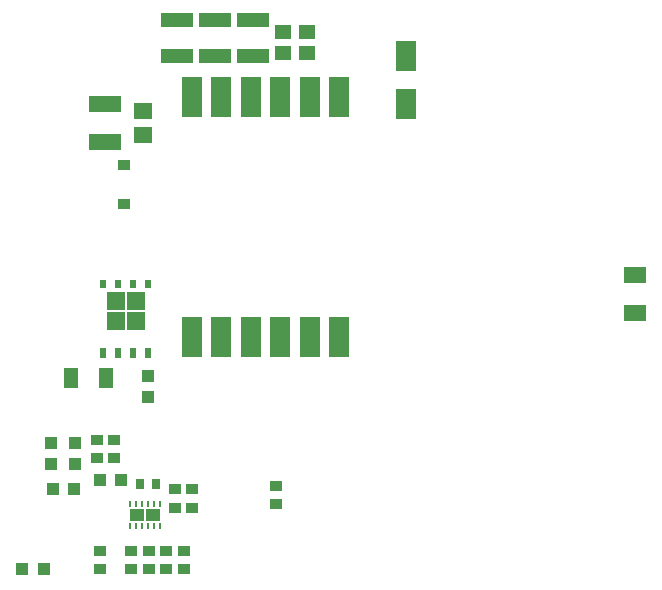
<source format=gtp>
G04*
G04 #@! TF.GenerationSoftware,Altium Limited,Altium Designer,18.1.9 (240)*
G04*
G04 Layer_Color=8421504*
%FSLAX25Y25*%
%MOIN*%
G70*
G01*
G75*
G04:AMPARAMS|DCode=15|XSize=37.4mil|YSize=46.06mil|CornerRadius=0.94mil|HoleSize=0mil|Usage=FLASHONLY|Rotation=270.000|XOffset=0mil|YOffset=0mil|HoleType=Round|Shape=RoundedRectangle|*
%AMROUNDEDRECTD15*
21,1,0.03740,0.04419,0,0,270.0*
21,1,0.03553,0.04606,0,0,270.0*
1,1,0.00187,-0.02210,-0.01777*
1,1,0.00187,-0.02210,0.01777*
1,1,0.00187,0.02210,0.01777*
1,1,0.00187,0.02210,-0.01777*
%
%ADD15ROUNDEDRECTD15*%
%ADD16R,0.05906X0.05906*%
%ADD17R,0.05709X0.04528*%
%ADD18R,0.04331X0.04331*%
%ADD19R,0.06102X0.05315*%
%ADD20R,0.06890X0.10433*%
%ADD21R,0.02362X0.03150*%
%ADD22R,0.01968X0.03347*%
%ADD23R,0.03937X0.03543*%
%ADD24R,0.04331X0.04331*%
%ADD25R,0.02756X0.03543*%
G04:AMPARAMS|DCode=26|XSize=19.68mil|YSize=9.84mil|CornerRadius=0.98mil|HoleSize=0mil|Usage=FLASHONLY|Rotation=270.000|XOffset=0mil|YOffset=0mil|HoleType=Round|Shape=RoundedRectangle|*
%AMROUNDEDRECTD26*
21,1,0.01968,0.00787,0,0,270.0*
21,1,0.01772,0.00984,0,0,270.0*
1,1,0.00197,-0.00394,-0.00886*
1,1,0.00197,-0.00394,0.00886*
1,1,0.00197,0.00394,0.00886*
1,1,0.00197,0.00394,-0.00886*
%
%ADD26ROUNDEDRECTD26*%
%ADD27R,0.10630X0.04528*%
%ADD28R,0.07000X0.13500*%
%ADD29R,0.11024X0.05315*%
%ADD30R,0.04016X0.03465*%
%ADD31R,0.07480X0.05315*%
%ADD32R,0.04528X0.07087*%
D15*
X126713Y34646D02*
D03*
X121319D02*
D03*
D16*
X114154Y106004D02*
D03*
Y99311D02*
D03*
X120846D02*
D03*
Y106004D02*
D03*
D17*
X177953Y195669D02*
D03*
Y188583D02*
D03*
X170079Y195669D02*
D03*
Y188583D02*
D03*
D18*
X83071Y16535D02*
D03*
X90158D02*
D03*
X100394Y43307D02*
D03*
X93307D02*
D03*
X109055Y46457D02*
D03*
X116142D02*
D03*
D19*
X123228Y169291D02*
D03*
Y161417D02*
D03*
D20*
X211024Y171693D02*
D03*
Y187638D02*
D03*
D21*
X110000Y111614D02*
D03*
X115000D02*
D03*
X120000D02*
D03*
X125000D02*
D03*
D22*
Y88681D02*
D03*
X120000D02*
D03*
X115000D02*
D03*
X110000D02*
D03*
D23*
X107874Y53543D02*
D03*
Y59842D02*
D03*
X113779Y53543D02*
D03*
Y59842D02*
D03*
X109055Y16535D02*
D03*
Y22835D02*
D03*
X167717Y44488D02*
D03*
Y38189D02*
D03*
X133858Y43307D02*
D03*
Y37008D02*
D03*
X139764D02*
D03*
Y43307D02*
D03*
X137008Y16535D02*
D03*
Y22835D02*
D03*
X131102Y16535D02*
D03*
Y22835D02*
D03*
X125197Y16535D02*
D03*
Y22835D02*
D03*
X119291D02*
D03*
Y16535D02*
D03*
D24*
X92520Y58661D02*
D03*
Y51575D02*
D03*
X100787D02*
D03*
Y58661D02*
D03*
X125000Y81102D02*
D03*
Y74016D02*
D03*
D25*
X127756Y44882D02*
D03*
X122244D02*
D03*
D26*
X128937Y38386D02*
D03*
X126969D02*
D03*
X125000D02*
D03*
X123031D02*
D03*
X121063D02*
D03*
X119095D02*
D03*
Y30906D02*
D03*
X121063D02*
D03*
X123031D02*
D03*
X125000D02*
D03*
X126969D02*
D03*
X128937D02*
D03*
D27*
X159843Y199606D02*
D03*
Y187795D02*
D03*
X147244Y199606D02*
D03*
Y187795D02*
D03*
X134646Y199606D02*
D03*
Y187795D02*
D03*
D28*
X188779Y173858D02*
D03*
X178937D02*
D03*
X169095D02*
D03*
X159252D02*
D03*
X149409D02*
D03*
X139567D02*
D03*
Y93858D02*
D03*
X149409D02*
D03*
X159252D02*
D03*
X169095D02*
D03*
X178937D02*
D03*
X188779D02*
D03*
D29*
X110630Y171653D02*
D03*
Y159055D02*
D03*
D30*
X116929Y151319D02*
D03*
Y138445D02*
D03*
D31*
X287402Y101969D02*
D03*
Y114567D02*
D03*
D32*
X99410Y80315D02*
D03*
X110827D02*
D03*
M02*

</source>
